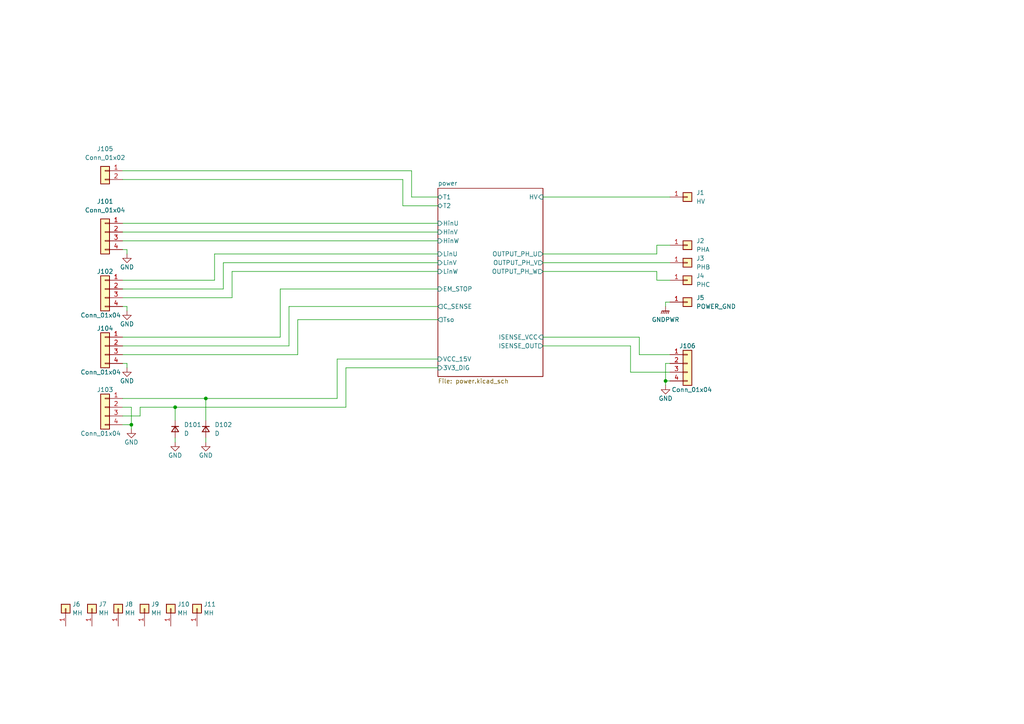
<source format=kicad_sch>
(kicad_sch (version 20211123) (generator eeschema)
  (paper "A4")
  (lib_symbols
    (symbol "Connector_Generic:Conn_01x01" (pin_names (offset 1.016) hide)
      (property "Reference" "J" (at 0 2.54 0))
      (property "Value" "Conn_01x01" (at 0 -2.54 0))
      (symbol "Conn_01x01_1_1"
        (rectangle (start -1.27 0.127) (end 0 -0.127) (stroke (width 0.1524)))
        (rectangle (start -1.27 1.27) (end 1.27 -1.27) (stroke (width 0.254)) (fill (type background)))
        (pin passive line (at -5.08 0 0) (length 3.81) (name "Pin_1") (number "1"))
      )
    )
    (symbol "Connector_Generic:Conn_01x02" (pin_names (offset 1.016) hide)
      (property "Reference" "J" (at 0 2.54 0))
      (property "Value" "Conn_01x02" (at 0 -5.08 0))
      (symbol "Conn_01x02_1_1"
        (rectangle (start -1.27 -2.413) (end 0 -2.667) (stroke (width 0.1524)))
        (rectangle (start -1.27 0.127) (end 0 -0.127) (stroke (width 0.1524)))
        (rectangle (start -1.27 1.27) (end 1.27 -3.81) (stroke (width 0.254)) (fill (type background)))
        (pin passive line (at -5.08 0 0) (length 3.81) (name "Pin_1") (number "1"))
        (pin passive line (at -5.08 -2.54 0) (length 3.81) (name "Pin_2") (number "2"))
      )
    )
    (symbol "Connector_Generic:Conn_01x04" (pin_names (offset 1.016) hide)
      (property "Reference" "J" (at 0 5.08 0))
      (property "Value" "Conn_01x04" (at 0 -7.62 0))
      (symbol "Conn_01x04_1_1"
        (rectangle (start -1.27 -4.953) (end 0 -5.207) (stroke (width 0.1524)))
        (rectangle (start -1.27 -2.413) (end 0 -2.667) (stroke (width 0.1524)))
        (rectangle (start -1.27 0.127) (end 0 -0.127) (stroke (width 0.1524)))
        (rectangle (start -1.27 2.667) (end 0 2.413) (stroke (width 0.1524)))
        (rectangle (start -1.27 3.81) (end 1.27 -6.35) (stroke (width 0.254)) (fill (type background)))
        (pin passive line (at -5.08 2.54 0) (length 3.81) (name "Pin_1") (number "1"))
        (pin passive line (at -5.08 0 0) (length 3.81) (name "Pin_2") (number "2"))
        (pin passive line (at -5.08 -2.54 0) (length 3.81) (name "Pin_3") (number "3"))
        (pin passive line (at -5.08 -5.08 0) (length 3.81) (name "Pin_4") (number "4"))
      )
    )
    (symbol "Device:D_Small" (pin_numbers hide) (pin_names (offset 0.254) hide)
      (property "Reference" "D" (at -1.27 2.032 0))
      (property "Value" "D_Small" (at -3.81 -2.032 0))
      (symbol "D_Small_0_1"
        (polyline (pts (xy -0.762 -1.016) (xy -0.762 1.016)) (stroke (width 0.254)))
        (polyline (pts (xy -0.762 0) (xy 0.762 0)))
        (polyline (pts (xy 0.762 -1.016) (xy -0.762 0) (xy 0.762 1.016) (xy 0.762 -1.016)) (stroke (width 0.254)))
      )
      (symbol "D_Small_1_1"
        (pin passive line (at -2.54 0 0) (length 1.778) (name "K") (number "1"))
        (pin passive line (at 2.54 0 180) (length 1.778) (name "A") (number "2"))
      )
    )
    (symbol "power:GND" (power) (pin_names (offset 0))
      (property "Value" "GND" (at 0 -3.81 0))
      (symbol "GND_0_1"
        (polyline (pts (xy 0 0) (xy 0 -1.27) (xy 1.27 -1.27) (xy 0 -2.54) (xy -1.27 -1.27) (xy 0 -1.27)))
      )
      (symbol "GND_1_1"
        (pin power_in line (at 0 0 270) (length 0) hide (name "GND") (number "1"))
      )
    )
    (symbol "power:GNDPWR" (power) (pin_names (offset 0))
      (property "Value" "GNDPWR" (at 0 -3.302 0))
      (symbol "GNDPWR_0_1"
        (polyline (pts (xy 0 -1.27) (xy 0 0)))
        (polyline (pts (xy -1.016 -1.27) (xy -1.27 -2.032) (xy -1.27 -2.032)) (stroke (width 0.2032)))
        (polyline (pts (xy -0.508 -1.27) (xy -0.762 -2.032) (xy -0.762 -2.032)) (stroke (width 0.2032)))
        (polyline (pts (xy 0 -1.27) (xy -0.254 -2.032) (xy -0.254 -2.032)) (stroke (width 0.2032)))
        (polyline (pts (xy 0.508 -1.27) (xy 0.254 -2.032) (xy 0.254 -2.032)) (stroke (width 0.2032)))
        (polyline (pts (xy 1.016 -1.27) (xy -1.016 -1.27) (xy -1.016 -1.27)) (stroke (width 0.2032)))
        (polyline (pts (xy 1.016 -1.27) (xy 0.762 -2.032) (xy 0.762 -2.032) (xy 0.762 -2.032)) (stroke (width 0.2032)))
      )
      (symbol "GNDPWR_1_1"
        (pin power_in line (at 0 0 270) (length 0) hide (name "GNDPWR") (number "1"))
      )
    )
  )
  (junction (at 38.1 123.19))
  (junction (at 193.04 110.49))
  (junction (at 59.69 115.57))
  (junction (at 50.8 118.11))
  (wire (pts (xy 38.1 123.19) (xy 38.1 118.11)))
  (wire (pts (xy 36.83 88.9) (xy 35.56 88.9)))
  (wire (pts (xy 190.5 78.74) (xy 190.5 81.28)))
  (wire (pts (xy 38.1 118.11) (xy 35.56 118.11)))
  (wire (pts (xy 36.83 106.68) (xy 36.83 105.41)))
  (wire (pts (xy 193.04 110.49) (xy 193.04 105.41)))
  (wire (pts (xy 36.83 105.41) (xy 35.56 105.41)))
  (wire (pts (xy 193.04 105.41) (xy 194.31 105.41)))
  (wire (pts (xy 100.33 118.11) (xy 100.33 106.68)))
  (wire (pts (xy 157.48 57.15) (xy 194.31 57.15)))
  (wire (pts (xy 86.36 92.71) (xy 127 92.71)))
  (wire (pts (xy 119.38 49.53) (xy 119.38 57.15)))
  (wire (pts (xy 38.1 124.46) (xy 38.1 123.19)))
  (wire (pts (xy 182.88 100.33) (xy 182.88 107.95)))
  (wire (pts (xy 35.56 120.65) (xy 40.64 120.65)))
  (wire (pts (xy 50.8 118.11) (xy 100.33 118.11)))
  (wire (pts (xy 35.56 69.85) (xy 127 69.85)))
  (wire (pts (xy 185.42 102.87) (xy 194.31 102.87)))
  (wire (pts (xy 35.56 115.57) (xy 59.69 115.57)))
  (wire (pts (xy 116.84 59.69) (xy 127 59.69)))
  (wire (pts (xy 67.31 86.36) (xy 67.31 78.74)))
  (wire (pts (xy 81.28 83.82) (xy 127 83.82)))
  (wire (pts (xy 97.79 104.14) (xy 127 104.14)))
  (wire (pts (xy 157.48 100.33) (xy 182.88 100.33)))
  (wire (pts (xy 35.56 49.53) (xy 119.38 49.53)))
  (wire (pts (xy 83.82 88.9) (xy 127 88.9)))
  (wire (pts (xy 116.84 52.07) (xy 116.84 59.69)))
  (wire (pts (xy 157.48 97.79) (xy 185.42 97.79)))
  (wire (pts (xy 64.77 83.82) (xy 64.77 76.2)))
  (wire (pts (xy 35.56 100.33) (xy 83.82 100.33)))
  (wire (pts (xy 185.42 97.79) (xy 185.42 102.87)))
  (wire (pts (xy 157.48 76.2) (xy 194.31 76.2)))
  (wire (pts (xy 35.56 52.07) (xy 116.84 52.07)))
  (wire (pts (xy 35.56 83.82) (xy 64.77 83.82)))
  (wire (pts (xy 81.28 97.79) (xy 81.28 83.82)))
  (wire (pts (xy 127 57.15) (xy 119.38 57.15)))
  (wire (pts (xy 62.23 81.28) (xy 62.23 73.66)))
  (wire (pts (xy 97.79 115.57) (xy 97.79 104.14)))
  (wire (pts (xy 64.77 76.2) (xy 127 76.2)))
  (wire (pts (xy 59.69 115.57) (xy 59.69 121.92)))
  (wire (pts (xy 35.56 102.87) (xy 86.36 102.87)))
  (wire (pts (xy 182.88 107.95) (xy 194.31 107.95)))
  (wire (pts (xy 35.56 97.79) (xy 81.28 97.79)))
  (wire (pts (xy 193.04 110.49) (xy 194.31 110.49)))
  (wire (pts (xy 193.04 87.63) (xy 193.04 88.9)))
  (wire (pts (xy 157.48 73.66) (xy 190.5 73.66)))
  (wire (pts (xy 157.48 78.74) (xy 190.5 78.74)))
  (wire (pts (xy 59.69 127) (xy 59.69 128.27)))
  (wire (pts (xy 35.56 123.19) (xy 38.1 123.19)))
  (wire (pts (xy 62.23 73.66) (xy 127 73.66)))
  (wire (pts (xy 36.83 72.39) (xy 36.83 73.66)))
  (wire (pts (xy 194.31 87.63) (xy 193.04 87.63)))
  (wire (pts (xy 83.82 100.33) (xy 83.82 88.9)))
  (wire (pts (xy 190.5 73.66) (xy 190.5 71.12)))
  (wire (pts (xy 59.69 115.57) (xy 97.79 115.57)))
  (wire (pts (xy 190.5 81.28) (xy 194.31 81.28)))
  (wire (pts (xy 36.83 88.9) (xy 36.83 90.17)))
  (wire (pts (xy 50.8 127) (xy 50.8 128.27)))
  (wire (pts (xy 35.56 72.39) (xy 36.83 72.39)))
  (wire (pts (xy 40.64 120.65) (xy 40.64 118.11)))
  (wire (pts (xy 35.56 67.31) (xy 127 67.31)))
  (wire (pts (xy 193.04 111.76) (xy 193.04 110.49)))
  (wire (pts (xy 67.31 78.74) (xy 127 78.74)))
  (wire (pts (xy 35.56 64.77) (xy 127 64.77)))
  (wire (pts (xy 190.5 71.12) (xy 194.31 71.12)))
  (wire (pts (xy 35.56 81.28) (xy 62.23 81.28)))
  (wire (pts (xy 86.36 102.87) (xy 86.36 92.71)))
  (wire (pts (xy 35.56 86.36) (xy 67.31 86.36)))
  (wire (pts (xy 40.64 118.11) (xy 50.8 118.11)))
  (wire (pts (xy 50.8 118.11) (xy 50.8 121.92)))
  (wire (pts (xy 100.33 106.68) (xy 127 106.68)))
  (symbol (lib_id "power:GND") (at 36.83 73.66 0) (unit 1)
    (property "Reference" "#PWR0101" (effects hide))
    (property "Value" "GND" (at 36.83 77.47 0))
  )
  (symbol (lib_id "Connector_Generic:Conn_01x01") (at 199.39 76.2 0) (unit 1)
    (property "Reference" "J3" (at 201.93 74.9299 0) (effects (justify left)))
    (property "Value" "PHB" (at 201.93 77.4699 0) (effects (justify left)))
    (property "Footprint" "stm32f334_3phase_vfd:KEYSTONE_7788" (effects hide))
  )
  (symbol (lib_id "power:GND") (at 59.69 128.27 0) (unit 1)
    (property "Reference" "#PWR0106" (effects hide))
    (property "Value" "GND" (at 59.69 132.08 0))
  )
  (symbol (lib_id "power:GND") (at 38.1 124.46 0) (unit 1)
    (property "Reference" "#PWR0103" (effects hide))
    (property "Value" "GND" (at 38.1 128.27 0))
  )
  (symbol (lib_id "power:GND") (at 36.83 90.17 0) (unit 1)
    (property "Reference" "#PWR0102" (effects hide))
    (property "Value" "GND" (at 36.83 93.98 0))
  )
  (symbol (lib_id "Connector_Generic:Conn_01x01") (at 199.39 71.12 0) (unit 1)
    (property "Reference" "J2" (at 201.93 69.8499 0) (effects (justify left)))
    (property "Value" "PHA" (at 201.93 72.3899 0) (effects (justify left)))
    (property "Footprint" "stm32f334_3phase_vfd:KEYSTONE_7788" (effects hide))
  )
  (symbol (lib_id "Connector_Generic:Conn_01x01") (at 57.15 176.53 90) (unit 1)
    (property "Reference" "J11" (at 59.055 175.26 90) (effects (justify right)))
    (property "Value" "MH" (at 59.055 177.8 90) (effects (justify right)))
    (property "Footprint" "MountingHole:MountingHole_3.2mm_M3_Pad_TopBottom" (effects hide))
  )
  (symbol (lib_id "Connector_Generic:Conn_01x04") (at 30.48 83.82 0) (mirror y) (unit 1)
    (property "Reference" "J102" (at 30.48 78.74 0))
    (property "Value" "Conn_01x04" (at 29.21 91.44 0))
    (property "Footprint" "Connector_JST:JST_PH_B4B-PH-K_1x04_P2.00mm_Vertical" (effects hide))
  )
  (symbol (lib_id "Connector_Generic:Conn_01x04") (at 30.48 100.33 0) (mirror y) (unit 1)
    (property "Reference" "J104" (at 30.48 95.25 0))
    (property "Value" "Conn_01x04" (at 29.21 107.95 0))
    (property "Footprint" "Connector_JST:JST_PH_B4B-PH-K_1x04_P2.00mm_Vertical" (effects hide))
  )
  (symbol (lib_id "Connector_Generic:Conn_01x02") (at 30.48 49.53 0) (mirror y) (unit 1)
    (property "Reference" "J105" (at 30.48 43.18 0))
    (property "Value" "Conn_01x02" (at 30.48 45.72 0))
    (property "Footprint" "Connector_JST:JST_PH_B2B-PH-K_1x02_P2.00mm_Vertical" (effects hide))
  )
  (symbol (lib_id "Connector_Generic:Conn_01x01") (at 26.67 176.53 90) (unit 1)
    (property "Reference" "J7" (at 28.575 175.26 90) (effects (justify right)))
    (property "Value" "MH" (at 28.575 177.8 90) (effects (justify right)))
    (property "Footprint" "MountingHole:MountingHole_3.2mm_M3_Pad_TopBottom" (effects hide))
  )
  (symbol (lib_id "Device:D_Small") (at 50.8 124.46 270) (unit 1)
    (property "Reference" "D101" (at 53.34 123.1899 90) (effects (justify left)))
    (property "Value" "D" (at 53.34 125.7299 90) (effects (justify left)))
    (property "Footprint" "Diode_SMD:D_SMA" (effects hide))
  )
  (symbol (lib_id "power:GND") (at 193.04 111.76 0) (unit 1)
    (property "Reference" "#PWR0104" (effects hide))
    (property "Value" "GND" (at 193.04 115.57 0))
  )
  (symbol (lib_id "Connector_Generic:Conn_01x04") (at 30.48 118.11 0) (mirror y) (unit 1)
    (property "Reference" "J103" (at 30.48 113.03 0))
    (property "Value" "Conn_01x04" (at 29.21 125.73 0))
    (property "Footprint" "Connector_JST:JST_PH_B4B-PH-K_1x04_P2.00mm_Vertical" (effects hide))
  )
  (symbol (lib_id "Connector_Generic:Conn_01x01") (at 199.39 57.15 0) (unit 1)
    (property "Reference" "J1" (at 201.93 55.8799 0) (effects (justify left)))
    (property "Value" "HV" (at 201.93 58.4199 0) (effects (justify left)))
    (property "Footprint" "stm32f334_3phase_vfd:KEYSTONE_7788" (effects hide))
  )
  (symbol (lib_id "Connector_Generic:Conn_01x04") (at 199.39 105.41 0) (unit 1)
    (property "Reference" "J106" (at 199.39 100.33 0))
    (property "Value" "Conn_01x04" (at 200.66 113.03 0))
    (property "Footprint" "Connector_JST:JST_PH_B4B-PH-K_1x04_P2.00mm_Vertical" (effects hide))
  )
  (symbol (lib_id "Connector_Generic:Conn_01x01") (at 19.05 176.53 90) (unit 1)
    (property "Reference" "J6" (at 20.955 175.26 90) (effects (justify right)))
    (property "Value" "MH" (at 20.955 177.8 90) (effects (justify right)))
    (property "Footprint" "MountingHole:MountingHole_3.2mm_M3_Pad_TopBottom" (effects hide))
  )
  (symbol (lib_id "Connector_Generic:Conn_01x01") (at 199.39 81.28 0) (unit 1)
    (property "Reference" "J4" (at 201.93 80.0099 0) (effects (justify left)))
    (property "Value" "PHC" (at 201.93 82.5499 0) (effects (justify left)))
    (property "Footprint" "stm32f334_3phase_vfd:KEYSTONE_7788" (effects hide))
  )
  (symbol (lib_id "Connector_Generic:Conn_01x01") (at 41.91 176.53 90) (unit 1)
    (property "Reference" "J9" (at 43.815 175.26 90) (effects (justify right)))
    (property "Value" "MH" (at 43.815 177.8 90) (effects (justify right)))
    (property "Footprint" "MountingHole:MountingHole_3.2mm_M3_Pad_TopBottom" (effects hide))
  )
  (symbol (lib_id "Connector_Generic:Conn_01x01") (at 49.53 176.53 90) (unit 1)
    (property "Reference" "J10" (at 51.435 175.26 90) (effects (justify right)))
    (property "Value" "MH" (at 51.435 177.8 90) (effects (justify right)))
    (property "Footprint" "MountingHole:MountingHole_3.2mm_M3_Pad_TopBottom" (effects hide))
  )
  (symbol (lib_id "Device:D_Small") (at 59.69 124.46 270) (unit 1)
    (property "Reference" "D102" (at 62.23 123.1899 90) (effects (justify left)))
    (property "Value" "D" (at 62.23 125.7299 90) (effects (justify left)))
    (property "Footprint" "Diode_SMD:D_SMA" (effects hide))
  )
  (symbol (lib_id "Connector_Generic:Conn_01x01") (at 199.39 87.63 0) (unit 1)
    (property "Reference" "J5" (at 201.93 86.3599 0) (effects (justify left)))
    (property "Value" "POWER_GND" (at 201.93 88.8999 0) (effects (justify left)))
    (property "Footprint" "stm32f334_3phase_vfd:KEYSTONE_7788" (effects hide))
  )
  (symbol (lib_id "power:GNDPWR") (at 193.04 88.9 0) (unit 1)
    (property "Reference" "#PWR0107" (effects hide))
    (property "Value" "GNDPWR" (at 193.04 92.71 0))
  )
  (symbol (lib_id "power:GND") (at 50.8 128.27 0) (unit 1)
    (property "Reference" "#PWR0108" (effects hide))
    (property "Value" "GND" (at 50.8 132.08 0))
  )
  (symbol (lib_id "power:GND") (at 36.83 106.68 0) (unit 1)
    (property "Reference" "#PWR0105" (effects hide))
    (property "Value" "GND" (at 36.83 110.49 0))
  )
  (symbol (lib_id "Connector_Generic:Conn_01x04") (at 30.48 67.31 0) (mirror y) (unit 1)
    (property "Reference" "J101" (at 30.48 58.42 0))
    (property "Value" "Conn_01x04" (at 30.48 60.96 0))
    (property "Footprint" "Connector_JST:JST_PH_B4B-PH-K_1x04_P2.00mm_Vertical" (effects hide))
  )
  (symbol (lib_id "Connector_Generic:Conn_01x01") (at 34.29 176.53 90) (unit 1)
    (property "Reference" "J8" (at 36.195 175.26 90) (effects (justify right)))
    (property "Value" "MH" (at 36.195 177.8 90) (effects (justify right)))
    (property "Footprint" "MountingHole:MountingHole_3.2mm_M3_Pad_TopBottom" (effects hide))
  )
  (sheet (at 127 54.61) (size 30.48 54.61) (stroke (width 0.1524))
    (property "Sheet name" "power" (at 127 53.8984 0) (effects (justify left bottom)))
    (property "Sheet file" "power.kicad_sch" (at 127 109.8046 0) (effects (justify left top)))
    (pin "T1" bidirectional (at 127 57.15 180))
    (pin "T2" bidirectional (at 127 59.69 180))
    (pin "HV" input (at 157.48 57.15 0))
    (pin "HinU" input (at 127 64.77 180))
    (pin "HinV" input (at 127 67.31 180))
    (pin "Tso" output (at 127 92.71 180))
    (pin "VCC_15V" input (at 127 104.14 180))
    (pin "LinV" input (at 127 76.2 180))
    (pin "LinW" input (at 127 78.74 180))
    (pin "HinW" input (at 127 69.85 180))
    (pin "LinU" input (at 127 73.66 180))
    (pin "3V3_DIG" input (at 127 106.68 180))
    (pin "EM_STOP" input (at 127 83.82 180))
    (pin "C_SENSE" output (at 127 88.9 180))
    (pin "OUTPUT_PH_V" output (at 157.48 76.2 0))
    (pin "OUTPUT_PH_W" output (at 157.48 78.74 0))
    (pin "OUTPUT_PH_U" output (at 157.48 73.66 0))
    (pin "ISENSE_VCC" input (at 157.48 97.79 0))
    (pin "ISENSE_OUT" output (at 157.48 100.33 0))
  )
)
</source>
